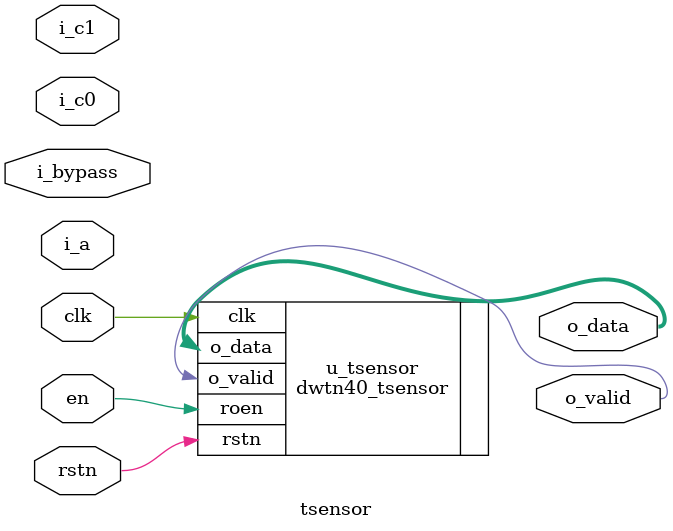
<source format=sv>
`include "DEFINE.svh"
module tsensor #(parameter LATENCY = 20)  (
    input          clk,
    input          rstn,
    input          en,
    input          i_bypass,
    input[31:0]    i_c0,
    input[31:0]    i_c1,
    input[31:0]    i_a,
    output         o_valid,
    output  [15:0] o_data
);

    `ifdef BEHAVIOR
    	reg o_valid_w, o_valid_r;
        // To modify, need to add fixed point16 and fp32 conversion to int8 LUT
        assign o_data =  i_bypass ? 16'h32: 16'hff;
        assign o_valid = o_valid_delayN[0];
        reg [3:0] cnt_w, cnt_r;
        reg [1:0] current_state,next_state;

        reg o_valid_delayN[0:LATENCY-1];

        always_ff @( posedge clk or negedge rstn )
        begin
            if(~rstn)
            begin
                for(int i = 0; i < LATENCY; i = i + 1)
                    o_valid_delayN[i] <= 0;
            end
            else
            begin
                // delay lines
                for(int i = 0; i < LATENCY; i = i + 1)
                begin
                    if(i==LATENCY-1)
                        o_valid_delayN[i] <= o_valid_r;
                    else
                        o_valid_delayN[i] <= o_valid_delayN[i+1];
                end
            end
        end

        always @(*) begin
            cnt_w = cnt_r;
            case (current_state)
                0: cnt_w = 0;
				1: cnt_w = 0;
                2: cnt_w = (cnt_r < 15) ? cnt_r + 1 : 0;
            endcase
        end
        always @(posedge clk or negedge rstn) begin
            if (~rstn) begin
                cnt_r <= 0;
            end else begin
                cnt_r <= cnt_w;
            end
        end

        always @(posedge clk or negedge rstn) begin
            if (~rstn) begin
                current_state <= 0;
            end else begin
                current_state <= next_state;
            end
        end

        always @(posedge clk or negedge rstn) begin
            if(~rstn)begin
                o_valid_r <= 0;
            end else begin
                o_valid_r <= o_valid_w;
            end
        end

        always @(*) begin
            next_state = current_state;
            case (current_state)
                0: begin
                    if (en) next_state = 1;
                    else next_state = current_state;
                end
                1: begin
                    if (~en) next_state = 2;
                    else next_state = current_state;
                end
				2: begin
                    if (cnt_r == 15) next_state = 0;
                    else next_state = current_state;
				end
            endcase
        end

        always @(*) begin
            o_valid_w = o_valid_r;
            case (current_state)
                0: begin
                    o_valid_w = (en) ? 0 : o_valid_r;
                end
                2: begin
                    o_valid_w = (cnt_r == 15);
                end
            endcase
        end
    `else
        dwtn40_tsensor u_tsensor (
            .clk     (clk),
            .rstn    (rstn),
            .roen    (en),
            .o_valid (o_valid),
            .o_data  (o_data)
        );
    `endif
endmodule

</source>
